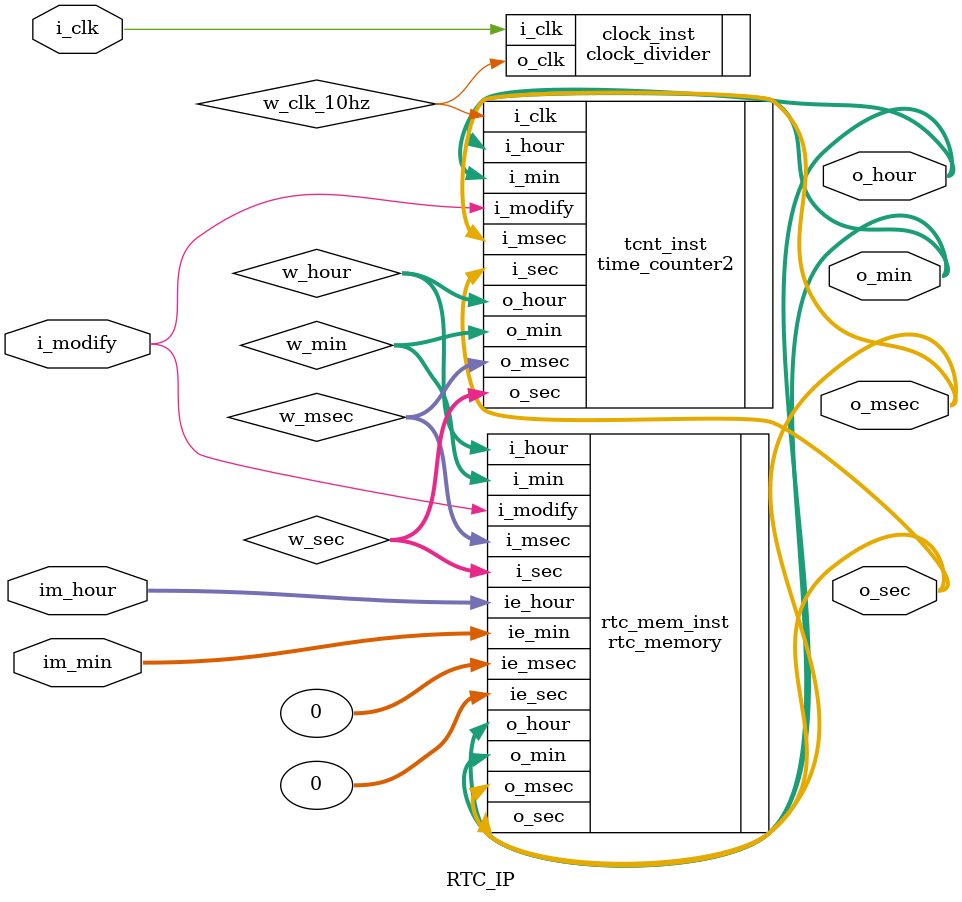
<source format=v>
`timescale 1ns / 1ps

module RTC_IP(
    input i_clk,
    input i_modify,
    input [7:0] im_min, im_hour,
    output [7:0] o_msec,
    output [7:0] o_sec,
    output [7:0] o_min,
    output [7:0] o_hour
    );

    wire w_clk_10hz;

    clock_divider clock_inst(
        .i_clk(i_clk),
        .o_clk(w_clk_10hz)
    );

    wire [7:0] w_msec, w_sec, w_min, w_hour;

    time_counter2 tcnt_inst(
        .i_clk(w_clk_10hz),
        .i_modify(i_modify),
        .i_msec(o_msec),
        .i_sec(o_sec),
        .i_min(o_min),
        .i_hour(o_hour),
        .o_msec(w_msec),
        .o_sec(w_sec),
        .o_min(w_min),
        .o_hour(w_hour)
    );

    rtc_memory rtc_mem_inst(
        .i_modify(i_modify),
        .i_msec(w_msec),
        .i_sec(w_sec),
        .i_min(w_min),
        .i_hour(w_hour),
        .ie_msec(0),
        .ie_sec(0),
        .ie_min(im_min),
        .ie_hour(im_hour),
        .o_msec(o_msec),
        .o_sec(o_sec),
        .o_min(o_min),
        .o_hour(o_hour)
    );

endmodule

</source>
